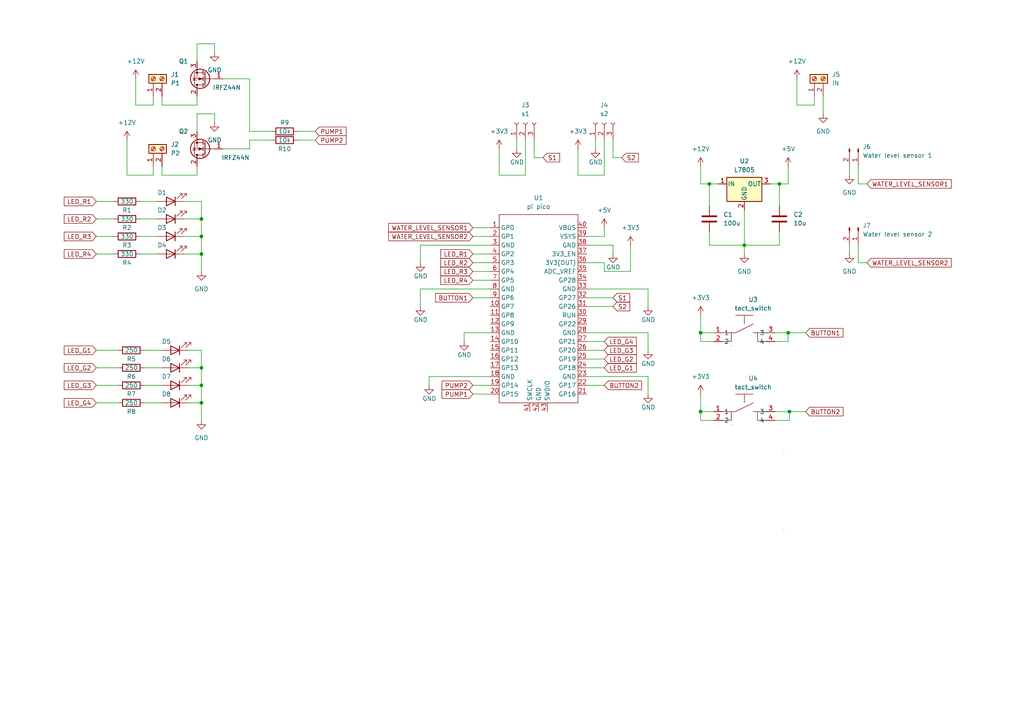
<source format=kicad_sch>
(kicad_sch (version 20211123) (generator eeschema)
  (paper "A4")
  (lib_symbols
    (symbol "Connector:Conn_01x02_Male" (pin_names (offset 1.016) hide)
      (property "Reference" "J" (at 0 2.54 0))
      (property "Value" "Conn_01x02_Male" (at 0 -5.08 0))
      (symbol "Conn_01x02_Male_1_1"
        (polyline (pts (xy 1.27 -2.54) (xy 0.8636 -2.54)) (stroke (width 0.1524)))
        (polyline (pts (xy 1.27 0) (xy 0.8636 0)) (stroke (width 0.1524)))
        (rectangle (start 0.8636 -2.413) (end 0 -2.667) (stroke (width 0.1524)) (fill (type outline)))
        (rectangle (start 0.8636 0.127) (end 0 -0.127) (stroke (width 0.1524)) (fill (type outline)))
        (pin passive line (at 5.08 0 180) (length 3.81) (name "Pin_1") (number "1"))
        (pin passive line (at 5.08 -2.54 180) (length 3.81) (name "Pin_2") (number "2"))
      )
    )
    (symbol "Connector:Conn_01x03_Female" (pin_names (offset 1.016) hide)
      (property "Reference" "J" (at 0 5.08 0))
      (property "Value" "Conn_01x03_Female" (at 0 -5.08 0))
      (symbol "Conn_01x03_Female_1_1"
        (arc (start 0 -2.032) (mid -0.508 -2.54) (end 0 -3.048) (stroke (width 0.1524)))
        (polyline (pts (xy -1.27 -2.54) (xy -0.508 -2.54)) (stroke (width 0.1524)))
        (polyline (pts (xy -1.27 0) (xy -0.508 0)) (stroke (width 0.1524)))
        (polyline (pts (xy -1.27 2.54) (xy -0.508 2.54)) (stroke (width 0.1524)))
        (arc (start 0 0.508) (mid -0.508 0) (end 0 -0.508) (stroke (width 0.1524)))
        (arc (start 0 3.048) (mid -0.508 2.54) (end 0 2.032) (stroke (width 0.1524)))
        (pin passive line (at -5.08 2.54 0) (length 3.81) (name "Pin_1") (number "1"))
        (pin passive line (at -5.08 0 0) (length 3.81) (name "Pin_2") (number "2"))
        (pin passive line (at -5.08 -2.54 0) (length 3.81) (name "Pin_3") (number "3"))
      )
    )
    (symbol "Connector:Screw_Terminal_01x02" (pin_names (offset 1.016) hide)
      (property "Reference" "J" (at 0 2.54 0))
      (property "Value" "Screw_Terminal_01x02" (at 0 -5.08 0))
      (symbol "Screw_Terminal_01x02_1_1"
        (rectangle (start -1.27 1.27) (end 1.27 -3.81) (stroke (width 0.254)) (fill (type background)))
        (circle (center 0 -2.54) (radius 0.635) (stroke (width 0.1524)))
        (polyline (pts (xy -0.5334 -2.2098) (xy 0.3302 -3.048)) (stroke (width 0.1524)))
        (polyline (pts (xy -0.5334 0.3302) (xy 0.3302 -0.508)) (stroke (width 0.1524)))
        (polyline (pts (xy -0.3556 -2.032) (xy 0.508 -2.8702)) (stroke (width 0.1524)))
        (polyline (pts (xy -0.3556 0.508) (xy 0.508 -0.3302)) (stroke (width 0.1524)))
        (circle (center 0 0) (radius 0.635) (stroke (width 0.1524)))
        (pin passive line (at -5.08 0 0) (length 3.81) (name "Pin_1") (number "1"))
        (pin passive line (at -5.08 -2.54 0) (length 3.81) (name "Pin_2") (number "2"))
      )
    )
    (symbol "Device:C" (pin_numbers hide) (pin_names (offset 0.254))
      (property "Reference" "C" (at 0.635 2.54 0))
      (property "Value" "C" (at 0.635 -2.54 0))
      (symbol "C_0_1"
        (polyline (pts (xy -2.032 -0.762) (xy 2.032 -0.762)) (stroke (width 0.508)))
        (polyline (pts (xy -2.032 0.762) (xy 2.032 0.762)) (stroke (width 0.508)))
      )
      (symbol "C_1_1"
        (pin passive line (at 0 3.81 270) (length 2.794) (name "~") (number "1"))
        (pin passive line (at 0 -3.81 90) (length 2.794) (name "~") (number "2"))
      )
    )
    (symbol "Device:LED" (pin_numbers hide) (pin_names (offset 1.016) hide)
      (property "Reference" "D" (at 0 2.54 0))
      (property "Value" "LED" (at 0 -2.54 0))
      (symbol "LED_0_1"
        (polyline (pts (xy -1.27 -1.27) (xy -1.27 1.27)) (stroke (width 0.254)))
        (polyline (pts (xy -1.27 0) (xy 1.27 0)))
        (polyline (pts (xy 1.27 -1.27) (xy 1.27 1.27) (xy -1.27 0) (xy 1.27 -1.27)) (stroke (width 0.254)))
        (polyline (pts (xy -3.048 -0.762) (xy -4.572 -2.286) (xy -3.81 -2.286) (xy -4.572 -2.286) (xy -4.572 -1.524)))
        (polyline (pts (xy -1.778 -0.762) (xy -3.302 -2.286) (xy -2.54 -2.286) (xy -3.302 -2.286) (xy -3.302 -1.524)))
      )
      (symbol "LED_1_1"
        (pin passive line (at -3.81 0 0) (length 2.54) (name "K") (number "1"))
        (pin passive line (at 3.81 0 180) (length 2.54) (name "A") (number "2"))
      )
    )
    (symbol "Device:R" (pin_numbers hide) (pin_names (offset 0))
      (property "Reference" "R" (at 2.032 0 90))
      (property "Value" "R" (at 0 0 90))
      (symbol "R_0_1"
        (rectangle (start -1.016 -2.54) (end 1.016 2.54) (stroke (width 0.254)))
      )
      (symbol "R_1_1"
        (pin passive line (at 0 3.81 270) (length 1.27) (name "~") (number "1"))
        (pin passive line (at 0 -3.81 90) (length 1.27) (name "~") (number "2"))
      )
    )
    (symbol "RaspberryPi:pi pico"
      (property "Reference" "U" (at 6.35 -29.21 0))
      (property "Value" "pi pico" (at 0 25.4 0))
      (symbol "pi pico_0_1"
        (rectangle (start -11.43 26.67) (end 11.43 -27.94))
      )
      (symbol "pi pico_1_1"
        (pin bidirectional line (at -13.97 22.86 0) (length 2.54) (name "GP0") (number "1"))
        (pin bidirectional line (at -13.97 0 0) (length 2.54) (name "GP7") (number "10"))
        (pin bidirectional line (at -13.97 -2.54 0) (length 2.54) (name "GP8") (number "11"))
        (pin bidirectional line (at -13.97 -5.08 0) (length 2.54) (name "GP9") (number "12"))
        (pin power_in line (at -13.97 -7.62 0) (length 2.54) (name "GND") (number "13"))
        (pin bidirectional line (at -13.97 -10.16 0) (length 2.54) (name "GP10") (number "14"))
        (pin bidirectional line (at -13.97 -12.7 0) (length 2.54) (name "GP11") (number "15"))
        (pin bidirectional line (at -13.97 -15.24 0) (length 2.54) (name "GP12") (number "16"))
        (pin bidirectional line (at -13.97 -17.78 0) (length 2.54) (name "GP13") (number "17"))
        (pin power_in line (at -13.97 -20.32 0) (length 2.54) (name "GND") (number "18"))
        (pin bidirectional line (at -13.97 -22.86 0) (length 2.54) (name "GP14") (number "19"))
        (pin bidirectional line (at -13.97 20.32 0) (length 2.54) (name "GP1") (number "2"))
        (pin bidirectional line (at -13.97 -25.4 0) (length 2.54) (name "GP15") (number "20"))
        (pin bidirectional line (at 13.97 -25.4 180) (length 2.54) (name "GP16") (number "21"))
        (pin bidirectional line (at 13.97 -22.86 180) (length 2.54) (name "GP17") (number "22"))
        (pin power_in line (at 13.97 -20.32 180) (length 2.54) (name "GND") (number "23"))
        (pin bidirectional line (at 13.97 -17.78 180) (length 2.54) (name "GP18") (number "24"))
        (pin bidirectional line (at 13.97 -15.24 180) (length 2.54) (name "GP19") (number "25"))
        (pin bidirectional line (at 13.97 -12.7 180) (length 2.54) (name "GP20") (number "26"))
        (pin bidirectional line (at 13.97 -10.16 180) (length 2.54) (name "GP21") (number "27"))
        (pin power_in line (at 13.97 -7.62 180) (length 2.54) (name "GND") (number "28"))
        (pin bidirectional line (at 13.97 -5.08 180) (length 2.54) (name "GP22") (number "29"))
        (pin power_in line (at -13.97 17.78 0) (length 2.54) (name "GND") (number "3"))
        (pin input line (at 13.97 -2.54 180) (length 2.54) (name "RUN") (number "30"))
        (pin bidirectional line (at 13.97 0 180) (length 2.54) (name "GP26") (number "31"))
        (pin bidirectional line (at 13.97 2.54 180) (length 2.54) (name "GP27") (number "32"))
        (pin power_in line (at 13.97 5.08 180) (length 2.54) (name "GND") (number "33"))
        (pin bidirectional line (at 13.97 7.62 180) (length 2.54) (name "GP28") (number "34"))
        (pin input line (at 13.97 10.16 180) (length 2.54) (name "ADC_VREF") (number "35"))
        (pin power_out line (at 13.97 12.7 180) (length 2.54) (name "3V3(OUT)") (number "36"))
        (pin input line (at 13.97 15.24 180) (length 2.54) (name "3V3_EN") (number "37"))
        (pin power_in line (at 13.97 17.78 180) (length 2.54) (name "GND") (number "38"))
        (pin power_out line (at 13.97 20.32 180) (length 2.54) (name "VSYS") (number "39"))
        (pin bidirectional line (at -13.97 15.24 0) (length 2.54) (name "GP2") (number "4"))
        (pin power_out line (at 13.97 22.86 180) (length 2.54) (name "VBUS") (number "40"))
        (pin bidirectional line (at -2.54 -30.48 90) (length 2.54) (name "SWCLK") (number "41"))
        (pin power_in line (at 0 -30.48 90) (length 2.54) (name "GND") (number "42"))
        (pin bidirectional line (at 2.54 -30.48 90) (length 2.54) (name "SWDIO") (number "43"))
        (pin bidirectional line (at -13.97 12.7 0) (length 2.54) (name "GP3") (number "5"))
        (pin bidirectional line (at -13.97 10.16 0) (length 2.54) (name "GP4") (number "6"))
        (pin bidirectional line (at -13.97 7.62 0) (length 2.54) (name "GP5") (number "7"))
        (pin power_in line (at -13.97 5.08 0) (length 2.54) (name "GND") (number "8"))
        (pin bidirectional line (at -13.97 2.54 0) (length 2.54) (name "GP6") (number "9"))
      )
    )
    (symbol "Regulator_Linear:L7805" (pin_names (offset 0.254))
      (property "Reference" "U" (at -3.81 3.175 0))
      (property "Value" "L7805" (at 0 3.175 0))
      (symbol "L7805_0_1"
        (rectangle (start -5.08 1.905) (end 5.08 -5.08) (stroke (width 0.254)) (fill (type background)))
      )
      (symbol "L7805_1_1"
        (pin power_in line (at -7.62 0 0) (length 2.54) (name "IN") (number "1"))
        (pin power_in line (at 0 -7.62 90) (length 2.54) (name "GND") (number "2"))
        (pin power_out line (at 7.62 0 180) (length 2.54) (name "OUT") (number "3"))
      )
    )
    (symbol "Transistor_FET:IRF540N" (pin_names hide)
      (property "Reference" "Q" (at 6.35 1.905 0))
      (property "Value" "IRF540N" (at 6.35 0 0))
      (symbol "IRF540N_0_1"
        (polyline (pts (xy 0.254 0) (xy -2.54 0)))
        (polyline (pts (xy 0.254 1.905) (xy 0.254 -1.905)) (stroke (width 0.254)))
        (polyline (pts (xy 0.762 -1.27) (xy 0.762 -2.286)) (stroke (width 0.254)))
        (polyline (pts (xy 0.762 0.508) (xy 0.762 -0.508)) (stroke (width 0.254)))
        (polyline (pts (xy 0.762 2.286) (xy 0.762 1.27)) (stroke (width 0.254)))
        (polyline (pts (xy 2.54 2.54) (xy 2.54 1.778)))
        (polyline (pts (xy 2.54 -2.54) (xy 2.54 0) (xy 0.762 0)))
        (polyline (pts (xy 0.762 -1.778) (xy 3.302 -1.778) (xy 3.302 1.778) (xy 0.762 1.778)))
        (polyline (pts (xy 1.016 0) (xy 2.032 0.381) (xy 2.032 -0.381) (xy 1.016 0)) (fill (type outline)))
        (polyline (pts (xy 2.794 0.508) (xy 2.921 0.381) (xy 3.683 0.381) (xy 3.81 0.254)))
        (polyline (pts (xy 3.302 0.381) (xy 2.921 -0.254) (xy 3.683 -0.254) (xy 3.302 0.381)))
        (circle (center 1.651 0) (radius 2.794) (stroke (width 0.254)))
        (circle (center 2.54 -1.778) (radius 0.254) (fill (type outline)))
        (circle (center 2.54 1.778) (radius 0.254) (fill (type outline)))
      )
      (symbol "IRF540N_1_1"
        (pin input line (at -5.08 0 0) (length 2.54) (name "G") (number "1"))
        (pin passive line (at 2.54 5.08 270) (length 2.54) (name "D") (number "2"))
        (pin passive line (at 2.54 -5.08 90) (length 2.54) (name "S") (number "3"))
      )
    )
    (symbol "casual_components:tact_switch"
      (property "Reference" "U" (at 0 -3.81 0))
      (property "Value" "tact_switch" (at 0 7.62 0))
      (symbol "tact_switch_0_1"
        (rectangle (start -3.81 -3.81) (end -3.81 -3.81))
        (rectangle (start -3.81 -3.81) (end -3.81 -3.81))
        (polyline (pts (xy -2.54 5.08) (xy 2.54 5.08)))
        (polyline (pts (xy 0 2.54) (xy 0 5.08)))
        (polyline (pts (xy 2.54 0) (xy 6.35 0)))
        (polyline (pts (xy -6.35 0) (xy -2.54 0) (xy 2.54 2.54)))
        (polyline (pts (xy -3.81 0) (xy -3.81 -2.54) (xy -6.35 -2.54)))
        (polyline (pts (xy 3.81 0) (xy 3.81 -2.54) (xy 6.35 -2.54)))
        (rectangle (start 11.43 -34.29) (end 11.43 -34.29))
      )
      (symbol "tact_switch_1_1"
        (pin input line (at -8.89 0 0) (length 2.54) (name "1") (number "1"))
        (pin input line (at -8.89 -2.54 0) (length 2.54) (name "2") (number "2"))
        (pin output line (at 8.89 0 180) (length 2.54) (name "3") (number "3"))
        (pin output line (at 8.89 -2.54 180) (length 2.54) (name "4") (number "4"))
      )
    )
    (symbol "power:+12V" (power) (pin_names (offset 0))
      (property "Value" "+12V" (at 0 3.556 0))
      (symbol "+12V_0_1"
        (polyline (pts (xy -0.762 1.27) (xy 0 2.54)))
        (polyline (pts (xy 0 0) (xy 0 2.54)))
        (polyline (pts (xy 0 2.54) (xy 0.762 1.27)))
      )
      (symbol "+12V_1_1"
        (pin power_in line (at 0 0 90) (length 0) hide (name "+12V") (number "1"))
      )
    )
    (symbol "power:+3V3" (power) (pin_names (offset 0))
      (property "Value" "+3V3" (at 0 3.556 0))
      (symbol "+3V3_0_1"
        (polyline (pts (xy -0.762 1.27) (xy 0 2.54)))
        (polyline (pts (xy 0 0) (xy 0 2.54)))
        (polyline (pts (xy 0 2.54) (xy 0.762 1.27)))
      )
      (symbol "+3V3_1_1"
        (pin power_in line (at 0 0 90) (length 0) hide (name "+3V3") (number "1"))
      )
    )
    (symbol "power:+5V" (power) (pin_names (offset 0))
      (property "Value" "+5V" (at 0 3.556 0))
      (symbol "+5V_0_1"
        (polyline (pts (xy -0.762 1.27) (xy 0 2.54)))
        (polyline (pts (xy 0 0) (xy 0 2.54)))
        (polyline (pts (xy 0 2.54) (xy 0.762 1.27)))
      )
      (symbol "+5V_1_1"
        (pin power_in line (at 0 0 90) (length 0) hide (name "+5V") (number "1"))
      )
    )
    (symbol "power:GND" (power) (pin_names (offset 0))
      (property "Value" "GND" (at 0 -3.81 0))
      (symbol "GND_0_1"
        (polyline (pts (xy 0 0) (xy 0 -1.27) (xy 1.27 -1.27) (xy 0 -2.54) (xy -1.27 -1.27) (xy 0 -1.27)))
      )
      (symbol "GND_1_1"
        (pin power_in line (at 0 0 270) (length 0) hide (name "GND") (number "1"))
      )
    )
  )
  (junction (at 228.9698 119.38))
  (junction (at 58.42 73.66))
  (junction (at 58.42 111.76))
  (junction (at 58.42 106.68))
  (junction (at 58.42 68.58))
  (junction (at 58.42 116.84))
  (junction (at 203.2 96.52))
  (junction (at 215.9 71.12))
  (junction (at 228.6 96.52))
  (junction (at 226.06 53.34))
  (junction (at 58.42 63.5))
  (junction (at 203.2 119.38))
  (junction (at 205.74 53.34))
  (wire (pts (xy 152.4 50.8) (xy 152.4 40.64)))
  (wire (pts (xy 177.8 45.72) (xy 180.34 45.72)))
  (wire (pts (xy 170.18 109.22) (xy 187.96 109.22)))
  (wire (pts (xy 177.8 40.64) (xy 177.8 45.72)))
  (wire (pts (xy 248.92 76.2) (xy 251.46 76.2)))
  (wire (pts (xy 223.52 53.34) (xy 226.06 53.34)))
  (wire (pts (xy 78.74 38.1) (xy 72.39 38.1)))
  (wire (pts (xy 187.96 96.52) (xy 170.18 96.52)))
  (wire (pts (xy 44.45 48.26) (xy 44.45 50.8)))
  (wire (pts (xy 58.42 111.76) (xy 58.42 116.84)))
  (wire (pts (xy 170.18 99.06) (xy 175.26 99.06)))
  (wire (pts (xy 248.92 53.34) (xy 251.46 53.34)))
  (wire (pts (xy 58.42 68.58) (xy 58.42 73.66)))
  (wire (pts (xy 54.61 101.6) (xy 58.42 101.6)))
  (wire (pts (xy 248.92 48.26) (xy 248.92 53.34)))
  (wire (pts (xy 170.18 86.36) (xy 177.8 86.36)))
  (wire (pts (xy 144.78 50.8) (xy 152.4 50.8)))
  (wire (pts (xy 228.6 96.52) (xy 233.68 96.52)))
  (wire (pts (xy 27.94 101.6) (xy 34.29 101.6)))
  (wire (pts (xy 58.42 106.68) (xy 58.42 111.76)))
  (wire (pts (xy 121.92 71.12) (xy 142.24 71.12)))
  (wire (pts (xy 175.26 76.2) (xy 170.18 76.2)))
  (wire (pts (xy 236.22 27.94) (xy 236.22 30.48)))
  (wire (pts (xy 170.18 106.68) (xy 175.26 106.68)))
  (wire (pts (xy 172.72 40.64) (xy 172.72 43.18)))
  (wire (pts (xy 177.8 73.66) (xy 177.8 71.12)))
  (wire (pts (xy 57.15 12.7) (xy 62.23 12.7)))
  (wire (pts (xy 144.78 43.18) (xy 144.78 50.8)))
  (wire (pts (xy 187.96 114.3) (xy 187.96 109.22)))
  (wire (pts (xy 149.86 40.64) (xy 149.86 43.18)))
  (wire (pts (xy 124.46 109.22) (xy 142.24 109.22)))
  (wire (pts (xy 175.26 66.04) (xy 175.26 68.58)))
  (wire (pts (xy 203.2 53.34) (xy 205.74 53.34)))
  (wire (pts (xy 224.79 99.06) (xy 228.6 99.06)))
  (wire (pts (xy 62.23 12.7) (xy 62.23 15.24)))
  (wire (pts (xy 137.16 66.04) (xy 142.24 66.04)))
  (wire (pts (xy 46.99 30.48) (xy 57.15 30.48)))
  (wire (pts (xy 121.92 88.9) (xy 121.92 83.82)))
  (wire (pts (xy 64.77 22.86) (xy 72.39 22.86)))
  (wire (pts (xy 54.61 116.84) (xy 58.42 116.84)))
  (wire (pts (xy 170.18 68.58) (xy 175.26 68.58)))
  (wire (pts (xy 134.62 96.52) (xy 142.24 96.52)))
  (wire (pts (xy 58.42 116.84) (xy 58.42 121.92)))
  (wire (pts (xy 86.36 40.64) (xy 91.44 40.64)))
  (wire (pts (xy 53.34 58.42) (xy 58.42 58.42)))
  (wire (pts (xy 27.94 73.66) (xy 33.02 73.66)))
  (wire (pts (xy 226.06 53.34) (xy 226.06 59.69)))
  (wire (pts (xy 224.79 121.92) (xy 228.9698 121.92)))
  (wire (pts (xy 39.37 22.86) (xy 39.37 30.48)))
  (wire (pts (xy 137.16 81.28) (xy 142.24 81.28)))
  (wire (pts (xy 58.42 101.6) (xy 58.42 106.68)))
  (wire (pts (xy 187.96 88.9) (xy 187.96 83.82)))
  (wire (pts (xy 57.15 30.48) (xy 57.15 27.94)))
  (wire (pts (xy 215.9 71.12) (xy 215.9 60.96)))
  (wire (pts (xy 72.39 40.64) (xy 72.39 43.18)))
  (wire (pts (xy 41.91 111.76) (xy 46.99 111.76)))
  (wire (pts (xy 215.9 71.12) (xy 226.06 71.12)))
  (wire (pts (xy 78.74 40.64) (xy 72.39 40.64)))
  (wire (pts (xy 54.61 106.68) (xy 58.42 106.68)))
  (wire (pts (xy 203.2 119.38) (xy 207.01 119.38)))
  (wire (pts (xy 40.64 58.42) (xy 45.72 58.42)))
  (wire (pts (xy 36.83 50.8) (xy 36.83 40.64)))
  (wire (pts (xy 54.61 111.76) (xy 58.42 111.76)))
  (wire (pts (xy 44.45 50.8) (xy 36.83 50.8)))
  (wire (pts (xy 62.23 33.02) (xy 62.23 35.56)))
  (wire (pts (xy 86.36 38.1) (xy 91.44 38.1)))
  (wire (pts (xy 215.9 71.12) (xy 215.9 73.66)))
  (wire (pts (xy 64.77 43.18) (xy 72.39 43.18)))
  (wire (pts (xy 134.62 99.06) (xy 134.62 96.52)))
  (wire (pts (xy 170.18 101.6) (xy 175.26 101.6)))
  (wire (pts (xy 187.96 101.6) (xy 187.96 96.52)))
  (wire (pts (xy 41.91 116.84) (xy 46.99 116.84)))
  (wire (pts (xy 154.94 45.72) (xy 157.48 45.72)))
  (wire (pts (xy 203.2 91.44) (xy 203.2 96.52)))
  (wire (pts (xy 27.94 111.76) (xy 34.29 111.76)))
  (wire (pts (xy 170.18 88.9) (xy 177.8 88.9)))
  (wire (pts (xy 53.34 68.58) (xy 58.42 68.58)))
  (wire (pts (xy 167.64 50.8) (xy 175.26 50.8)))
  (wire (pts (xy 224.79 119.38) (xy 228.9698 119.38)))
  (wire (pts (xy 208.28 53.34) (xy 205.74 53.34)))
  (wire (pts (xy 57.15 17.78) (xy 57.15 12.7)))
  (wire (pts (xy 207.01 99.06) (xy 203.2 99.06)))
  (wire (pts (xy 182.88 78.74) (xy 175.26 78.74)))
  (wire (pts (xy 40.64 73.66) (xy 45.72 73.66)))
  (wire (pts (xy 40.64 68.58) (xy 45.72 68.58)))
  (wire (pts (xy 175.26 50.8) (xy 175.26 40.64)))
  (wire (pts (xy 238.76 27.94) (xy 238.76 33.02)))
  (wire (pts (xy 58.42 63.5) (xy 58.42 68.58)))
  (wire (pts (xy 248.92 71.12) (xy 248.92 76.2)))
  (wire (pts (xy 41.91 106.68) (xy 46.99 106.68)))
  (wire (pts (xy 57.15 48.26) (xy 57.15 50.8)))
  (wire (pts (xy 205.74 53.34) (xy 205.74 59.69)))
  (wire (pts (xy 226.06 67.31) (xy 226.06 71.12)))
  (wire (pts (xy 203.2 121.92) (xy 207.01 121.92)))
  (wire (pts (xy 170.18 104.14) (xy 175.26 104.14)))
  (wire (pts (xy 170.18 71.12) (xy 177.8 71.12)))
  (wire (pts (xy 72.39 22.86) (xy 72.39 38.1)))
  (wire (pts (xy 228.9698 119.38) (xy 233.68 119.38)))
  (wire (pts (xy 53.34 73.66) (xy 58.42 73.66)))
  (wire (pts (xy 137.16 68.58) (xy 142.24 68.58)))
  (wire (pts (xy 187.96 83.82) (xy 170.18 83.82)))
  (wire (pts (xy 137.16 86.36) (xy 142.24 86.36)))
  (wire (pts (xy 121.92 83.82) (xy 142.24 83.82)))
  (wire (pts (xy 182.88 71.12) (xy 182.88 78.74)))
  (wire (pts (xy 205.74 71.12) (xy 215.9 71.12)))
  (wire (pts (xy 154.94 40.64) (xy 154.94 45.72)))
  (wire (pts (xy 228.6 99.06) (xy 228.6 96.52)))
  (wire (pts (xy 203.2 99.06) (xy 203.2 96.52)))
  (wire (pts (xy 27.94 116.84) (xy 34.29 116.84)))
  (wire (pts (xy 53.34 63.5) (xy 58.42 63.5)))
  (wire (pts (xy 224.79 96.52) (xy 228.6 96.52)))
  (wire (pts (xy 228.6 48.26) (xy 228.6 53.34)))
  (wire (pts (xy 57.15 50.8) (xy 46.99 50.8)))
  (wire (pts (xy 44.45 30.48) (xy 44.45 27.94)))
  (wire (pts (xy 137.16 114.3) (xy 142.24 114.3)))
  (wire (pts (xy 137.16 76.2) (xy 142.24 76.2)))
  (wire (pts (xy 27.94 68.58) (xy 33.02 68.58)))
  (wire (pts (xy 203.2 114.3) (xy 203.2 119.38)))
  (wire (pts (xy 41.91 101.6) (xy 46.99 101.6)))
  (wire (pts (xy 170.18 111.76) (xy 175.26 111.76)))
  (wire (pts (xy 58.42 73.66) (xy 58.42 78.74)))
  (wire (pts (xy 124.46 111.76) (xy 124.46 109.22)))
  (wire (pts (xy 58.42 58.42) (xy 58.42 63.5)))
  (wire (pts (xy 40.64 63.5) (xy 45.72 63.5)))
  (wire (pts (xy 203.2 48.26) (xy 203.2 53.34)))
  (wire (pts (xy 246.38 73.66) (xy 246.38 71.12)))
  (wire (pts (xy 39.37 30.48) (xy 44.45 30.48)))
  (wire (pts (xy 46.99 50.8) (xy 46.99 48.26)))
  (wire (pts (xy 27.94 106.68) (xy 34.29 106.68)))
  (wire (pts (xy 203.2 96.52) (xy 207.01 96.52)))
  (wire (pts (xy 203.2 119.38) (xy 203.2 121.92)))
  (wire (pts (xy 137.16 111.76) (xy 142.24 111.76)))
  (wire (pts (xy 226.06 53.34) (xy 228.6 53.34)))
  (wire (pts (xy 121.92 76.2) (xy 121.92 71.12)))
  (wire (pts (xy 46.99 27.94) (xy 46.99 30.48)))
  (wire (pts (xy 57.15 33.02) (xy 62.23 33.02)))
  (wire (pts (xy 231.14 30.48) (xy 231.14 22.86)))
  (wire (pts (xy 205.74 67.31) (xy 205.74 71.12)))
  (wire (pts (xy 228.9698 121.92) (xy 228.9698 119.38)))
  (wire (pts (xy 175.26 78.74) (xy 175.26 76.2)))
  (wire (pts (xy 137.16 73.66) (xy 142.24 73.66)))
  (wire (pts (xy 27.94 63.5) (xy 33.02 63.5)))
  (wire (pts (xy 57.15 38.1) (xy 57.15 33.02)))
  (wire (pts (xy 167.64 43.18) (xy 167.64 50.8)))
  (wire (pts (xy 137.16 78.74) (xy 142.24 78.74)))
  (wire (pts (xy 246.38 50.8) (xy 246.38 48.26)))
  (wire (pts (xy 27.94 58.42) (xy 33.02 58.42)))
  (wire (pts (xy 236.22 30.48) (xy 231.14 30.48)))
  (global_label "WATER_LEVEL_SENSOR2" (shape input) (at 137.16 68.58 180) (property "Intersheet References" "${INTERSHEET_REFS}" (effects hide)))
  (global_label "BUTTON1" (shape input) (at 137.16 86.36 180) (property "Intersheet References" "${INTERSHEET_REFS}" (effects hide)))
  (global_label "PUMP2" (shape input) (at 91.44 40.64 0) (property "Intersheet References" "${INTERSHEET_REFS}" (effects hide)))
  (global_label "WATER_LEVEL_SENSOR1" (shape input) (at 251.46 53.34 0) (property "Intersheet References" "${INTERSHEET_REFS}" (effects hide)))
  (global_label "PUMP1" (shape input) (at 137.16 114.3 180) (property "Intersheet References" "${INTERSHEET_REFS}" (effects hide)))
  (global_label "LED_R2" (shape input) (at 27.94 63.5 180) (property "Intersheet References" "${INTERSHEET_REFS}" (effects hide)))
  (global_label "LED_G2" (shape input) (at 175.26 104.14 0) (property "Intersheet References" "${INTERSHEET_REFS}" (effects hide)))
  (global_label "LED_G4" (shape input) (at 175.26 99.06 0) (property "Intersheet References" "${INTERSHEET_REFS}" (effects hide)))
  (global_label "LED_R4" (shape input) (at 27.94 73.66 180) (property "Intersheet References" "${INTERSHEET_REFS}" (effects hide)))
  (global_label "BUTTON2" (shape input) (at 233.68 119.38 0) (property "Intersheet References" "${INTERSHEET_REFS}" (effects hide)))
  (global_label "S1" (shape input) (at 177.8 86.36 0) (property "Intersheet References" "${INTERSHEET_REFS}" (effects hide)))
  (global_label "LED_R1" (shape input) (at 27.94 58.42 180) (property "Intersheet References" "${INTERSHEET_REFS}" (effects hide)))
  (global_label "PUMP2" (shape input) (at 137.16 111.76 180) (property "Intersheet References" "${INTERSHEET_REFS}" (effects hide)))
  (global_label "S1" (shape input) (at 157.48 45.72 0) (property "Intersheet References" "${INTERSHEET_REFS}" (effects hide)))
  (global_label "BUTTON2" (shape input) (at 175.26 111.76 0) (property "Intersheet References" "${INTERSHEET_REFS}" (effects hide)))
  (global_label "LED_R3" (shape input) (at 137.16 78.74 180) (property "Intersheet References" "${INTERSHEET_REFS}" (effects hide)))
  (global_label "WATER_LEVEL_SENSOR2" (shape input) (at 251.46 76.2 0) (property "Intersheet References" "${INTERSHEET_REFS}" (effects hide)))
  (global_label "LED_G3" (shape input) (at 175.26 101.6 0) (property "Intersheet References" "${INTERSHEET_REFS}" (effects hide)))
  (global_label "LED_G4" (shape input) (at 27.94 116.84 180) (property "Intersheet References" "${INTERSHEET_REFS}" (effects hide)))
  (global_label "PUMP1" (shape input) (at 91.44 38.1 0) (property "Intersheet References" "${INTERSHEET_REFS}" (effects hide)))
  (global_label "LED_G3" (shape input) (at 27.94 111.76 180) (property "Intersheet References" "${INTERSHEET_REFS}" (effects hide)))
  (global_label "LED_R1" (shape input) (at 137.16 73.66 180) (property "Intersheet References" "${INTERSHEET_REFS}" (effects hide)))
  (global_label "S2" (shape input) (at 180.34 45.72 0) (property "Intersheet References" "${INTERSHEET_REFS}" (effects hide)))
  (global_label "LED_G1" (shape input) (at 175.26 106.68 0) (property "Intersheet References" "${INTERSHEET_REFS}" (effects hide)))
  (global_label "LED_R2" (shape input) (at 137.16 76.2 180) (property "Intersheet References" "${INTERSHEET_REFS}" (effects hide)))
  (global_label "BUTTON1" (shape input) (at 233.68 96.52 0) (property "Intersheet References" "${INTERSHEET_REFS}" (effects hide)))
  (global_label "LED_R4" (shape input) (at 137.16 81.28 180) (property "Intersheet References" "${INTERSHEET_REFS}" (effects hide)))
  (global_label "LED_G1" (shape input) (at 27.94 101.6 180) (property "Intersheet References" "${INTERSHEET_REFS}" (effects hide)))
  (global_label "LED_G2" (shape input) (at 27.94 106.68 180) (property "Intersheet References" "${INTERSHEET_REFS}" (effects hide)))
  (global_label "LED_R3" (shape input) (at 27.94 68.58 180) (property "Intersheet References" "${INTERSHEET_REFS}" (effects hide)))
  (global_label "S2" (shape input) (at 177.8 88.9 0) (property "Intersheet References" "${INTERSHEET_REFS}" (effects hide)))
  (global_label "WATER_LEVEL_SENSOR1" (shape input) (at 137.16 66.04 180) (property "Intersheet References" "${INTERSHEET_REFS}" (effects hide)))
  (symbol (lib_id "Connector:Conn_01x02_Male") (at 248.92 43.18 270) (unit 1)
    (property "Reference" "J6" (at 250.19 42.5449 90) (effects (justify left)))
    (property "Value" "Water level sensor 1" (at 250.19 45.0849 90) (effects (justify left)))
    (property "Footprint" "Connector_PinHeader_2.54mm:PinHeader_1x02_P2.54mm_Vertical" (effects hide))
  )
  (symbol (lib_id "Device:R") (at 82.55 38.1 90) (unit 1)
    (property "Reference" "R9" (at 82.55 35.56 90))
    (property "Value" "10k" (at 82.55 38.1 90))
    (property "Footprint" "Resistor_SMD:R_1206_3216Metric_Pad1.30x1.75mm_HandSolder" (effects hide))
  )
  (symbol (lib_id "power:+3V3") (at 167.64 43.18 0) (unit 1)
    (property "Reference" "#PWR09" (effects hide))
    (property "Value" "+3V3" (at 167.64 38.1 0))
  )
  (symbol (lib_id "Device:LED") (at 50.8 101.6 180) (unit 1)
    (property "Reference" "D5" (at 48.26 99.06 0))
    (property "Value" "LED" (effects hide))
    (property "Footprint" "LED_THT:LED_D5.0mm" (effects hide))
  )
  (symbol (lib_id "power:GND") (at 62.23 15.24 0) (unit 1)
    (property "Reference" "#PWR05" (effects hide))
    (property "Value" "GND" (at 62.23 20.32 0))
  )
  (symbol (lib_id "power:GND") (at 149.86 43.18 0) (unit 1)
    (property "Reference" "#PWR08" (effects hide))
    (property "Value" "GND" (at 149.9421 47.0391 0))
  )
  (symbol (lib_id "Device:LED") (at 50.8 116.84 180) (unit 1)
    (property "Reference" "D8" (at 48.26 114.3 0))
    (property "Value" "LED" (effects hide))
    (property "Footprint" "LED_THT:LED_D5.0mm" (effects hide))
  )
  (symbol (lib_id "Device:LED") (at 50.8 111.76 180) (unit 1)
    (property "Reference" "D7" (at 48.26 109.22 0))
    (property "Value" "LED" (effects hide))
    (property "Footprint" "LED_THT:LED_D5.0mm" (effects hide))
  )
  (symbol (lib_id "Connector:Conn_01x03_Female") (at 152.4 35.56 90) (unit 1)
    (property "Reference" "J3" (at 152.4 30.48 90))
    (property "Value" "s1" (at 152.4 33.02 90))
    (property "Footprint" "Connector_PinSocket_2.54mm:PinSocket_1x03_P2.54mm_Vertical" (effects hide))
  )
  (symbol (lib_id "power:GND") (at 58.42 78.74 0) (unit 1)
    (property "Reference" "#PWR01" (effects hide))
    (property "Value" "GND" (at 58.42 83.82 0))
  )
  (symbol (lib_id "Device:R") (at 36.83 63.5 90) (unit 1)
    (property "Reference" "R2" (at 36.83 66.04 90))
    (property "Value" "330" (at 36.83 63.5 90))
    (property "Footprint" "Resistor_SMD:R_1206_3216Metric_Pad1.30x1.75mm_HandSolder" (effects hide))
  )
  (symbol (lib_id "Device:R") (at 36.83 73.66 90) (unit 1)
    (property "Reference" "R4" (at 36.83 76.2 90))
    (property "Value" "330" (at 36.83 73.66 90))
    (property "Footprint" "Resistor_SMD:R_1206_3216Metric_Pad1.30x1.75mm_HandSolder" (effects hide))
  )
  (symbol (lib_id "Device:C") (at 226.06 63.5 0) (unit 1)
    (property "Reference" "C2" (at 230.124 62.2299 0) (effects (justify left)))
    (property "Value" "10u" (at 230.124 64.7699 0) (effects (justify left)))
    (property "Footprint" "Capacitor_THT:C_Disc_D3.0mm_W2.0mm_P2.50mm" (effects hide))
  )
  (symbol (lib_id "Device:R") (at 36.83 68.58 90) (unit 1)
    (property "Reference" "R3" (at 36.83 71.12 90))
    (property "Value" "330" (at 36.83 68.58 90))
    (property "Footprint" "Resistor_SMD:R_1206_3216Metric_Pad1.30x1.75mm_HandSolder" (effects hide))
  )
  (symbol (lib_id "power:GND") (at 246.38 73.66 0) (unit 1)
    (property "Reference" "#PWR022" (effects hide))
    (property "Value" "GND" (at 246.38 78.74 0))
  )
  (symbol (lib_id "Device:LED") (at 49.53 68.58 180) (unit 1)
    (property "Reference" "D3" (at 46.99 66.04 0))
    (property "Value" "LED" (effects hide))
    (property "Footprint" "LED_THT:LED_D5.0mm" (effects hide))
  )
  (symbol (lib_id "Device:R") (at 82.55 40.64 90) (unit 1)
    (property "Reference" "R10" (at 82.55 43.18 90))
    (property "Value" "10k" (at 82.55 40.64 90))
    (property "Footprint" "Resistor_SMD:R_1206_3216Metric_Pad1.30x1.75mm_HandSolder" (effects hide))
  )
  (symbol (lib_id "power:GND") (at 238.76 33.02 0) (unit 1)
    (property "Reference" "#PWR020" (effects hide))
    (property "Value" "GND" (at 238.76 38.1 0))
  )
  (symbol (lib_id "Device:LED") (at 50.8 106.68 180) (unit 1)
    (property "Reference" "D6" (at 48.26 104.14 0))
    (property "Value" "LED" (effects hide))
    (property "Footprint" "LED_THT:LED_D5.0mm" (effects hide))
  )
  (symbol (lib_id "power:GND") (at 134.62 99.06 0) (unit 1)
    (property "Reference" "#PWR0104" (effects hide))
    (property "Value" "GND" (at 134.7021 102.9191 0))
  )
  (symbol (lib_id "power:+12V") (at 36.83 40.64 0) (unit 1)
    (property "Reference" "#PWR03" (effects hide))
    (property "Value" "+12V" (at 36.83 35.56 0))
  )
  (symbol (lib_id "Connector:Screw_Terminal_01x02") (at 44.45 22.86 90) (unit 1)
    (property "Reference" "J1" (at 49.53 21.5899 90) (effects (justify right)))
    (property "Value" "P1" (at 49.53 24.1299 90) (effects (justify right)))
    (property "Footprint" "TerminalBlock_Phoenix:TerminalBlock_Phoenix_MKDS-1,5-2-5.08_1x02_P5.08mm_Horizontal" (effects hide))
  )
  (symbol (lib_id "Device:LED") (at 49.53 73.66 180) (unit 1)
    (property "Reference" "D4" (at 46.99 71.12 0))
    (property "Value" "LED" (effects hide))
    (property "Footprint" "LED_THT:LED_D5.0mm" (effects hide))
  )
  (symbol (lib_id "power:GND") (at 58.42 121.92 0) (unit 1)
    (property "Reference" "#PWR02" (effects hide))
    (property "Value" "GND" (at 58.42 127 0))
  )
  (symbol (lib_id "power:GND") (at 124.46 111.76 0) (unit 1)
    (property "Reference" "#PWR0101" (effects hide))
    (property "Value" "GND" (at 124.5421 115.6191 0))
  )
  (symbol (lib_id "power:GND") (at 187.96 88.9 0) (unit 1)
    (property "Reference" "#PWR0105" (effects hide))
    (property "Value" "GND" (at 188.0421 92.7591 0))
  )
  (symbol (lib_id "power:GND") (at 172.72 43.18 0) (unit 1)
    (property "Reference" "#PWR010" (effects hide))
    (property "Value" "GND" (at 172.8021 47.0391 0))
  )
  (symbol (lib_id "Device:R") (at 38.1 106.68 90) (unit 1)
    (property "Reference" "R6" (at 38.1 109.22 90))
    (property "Value" "250" (at 38.1 106.68 90))
    (property "Footprint" "Resistor_SMD:R_1206_3216Metric_Pad1.30x1.75mm_HandSolder" (effects hide))
  )
  (symbol (lib_id "power:+5V") (at 175.26 66.04 0) (unit 1)
    (property "Reference" "#PWR011" (effects hide))
    (property "Value" "+5V" (at 175.26 60.96 0))
  )
  (symbol (lib_id "power:+3V3") (at 182.88 71.12 0) (unit 1)
    (property "Reference" "#PWR013" (effects hide))
    (property "Value" "+3V3" (at 182.88 66.04 0))
  )
  (symbol (lib_id "power:+3V3") (at 203.2 91.44 0) (unit 1)
    (property "Reference" "#PWR015" (effects hide))
    (property "Value" "+3V3" (at 203.2 86.36 0))
  )
  (symbol (lib_id "power:+3V3") (at 203.2 114.3 0) (unit 1)
    (property "Reference" "#PWR016" (effects hide))
    (property "Value" "+3V3" (at 203.2 109.22 0))
  )
  (symbol (lib_id "power:+12V") (at 39.37 22.86 0) (unit 1)
    (property "Reference" "#PWR04" (effects hide))
    (property "Value" "+12V" (at 39.37 17.78 0))
  )
  (symbol (lib_id "Connector:Screw_Terminal_01x02") (at 236.22 22.86 90) (unit 1)
    (property "Reference" "J5" (at 241.3 21.5899 90) (effects (justify right)))
    (property "Value" "IN" (at 241.3 24.1299 90) (effects (justify right)))
    (property "Footprint" "TerminalBlock_Phoenix:TerminalBlock_Phoenix_MKDS-1,5-2-5.08_1x02_P5.08mm_Horizontal" (effects hide))
  )
  (symbol (lib_id "power:GND") (at 177.8 73.66 0) (unit 1)
    (property "Reference" "#PWR012" (effects hide))
    (property "Value" "GND" (at 177.8821 77.5191 0))
  )
  (symbol (lib_id "power:+5V") (at 228.6 48.26 0) (unit 1)
    (property "Reference" "#PWR018" (effects hide))
    (property "Value" "+5V" (at 228.6 43.18 0))
  )
  (symbol (lib_id "Device:R") (at 38.1 116.84 90) (unit 1)
    (property "Reference" "R8" (at 38.1 119.38 90))
    (property "Value" "250" (at 38.1 116.84 90))
    (property "Footprint" "Resistor_SMD:R_1206_3216Metric_Pad1.30x1.75mm_HandSolder" (effects hide))
  )
  (symbol (lib_id "power:GND") (at 121.92 88.9 0) (unit 1)
    (property "Reference" "#PWR0103" (effects hide))
    (property "Value" "GND" (at 122.0021 92.7591 0))
  )
  (symbol (lib_id "casual_components:tact_switch") (at 215.9 96.52 0) (unit 1)
    (property "Reference" "U3" (at 218.44 86.868 0))
    (property "Value" "tact_switch" (at 218.44 89.408 0))
    (property "Footprint" "casual_components:tact_switch" (effects hide))
  )
  (symbol (lib_id "Connector:Screw_Terminal_01x02") (at 44.45 43.18 90) (unit 1)
    (property "Reference" "J2" (at 49.53 41.9099 90) (effects (justify right)))
    (property "Value" "P2" (at 49.53 44.4499 90) (effects (justify right)))
    (property "Footprint" "TerminalBlock_Phoenix:TerminalBlock_Phoenix_MKDS-1,5-2-5.08_1x02_P5.08mm_Horizontal" (effects hide))
  )
  (symbol (lib_id "Device:C") (at 205.74 63.5 0) (unit 1)
    (property "Reference" "C1" (at 209.804 62.2299 0) (effects (justify left)))
    (property "Value" "100u" (at 209.804 64.7699 0) (effects (justify left)))
    (property "Footprint" "Capacitor_THT:C_Disc_D3.0mm_W2.0mm_P2.50mm" (effects hide))
  )
  (symbol (lib_id "power:GND") (at 187.96 114.3 0) (unit 1)
    (property "Reference" "#PWR0107" (effects hide))
    (property "Value" "GND" (at 188.0421 118.1591 0))
  )
  (symbol (lib_id "RaspberryPi:pi pico") (at 156.21 88.9 0) (unit 1)
    (property "Reference" "U1" (at 156.21 57.404 0))
    (property "Value" "pi pico" (at 156.21 59.944 0))
    (property "Footprint" "RaspberryPi:raspberry pi pico" (effects hide))
  )
  (symbol (lib_id "power:GND") (at 246.38 50.8 0) (unit 1)
    (property "Reference" "#PWR021" (effects hide))
    (property "Value" "GND" (at 246.38 55.88 0))
  )
  (symbol (lib_id "Device:R") (at 38.1 101.6 90) (unit 1)
    (property "Reference" "R5" (at 38.1 104.14 90))
    (property "Value" "250" (at 38.1 101.6 90))
    (property "Footprint" "Resistor_SMD:R_1206_3216Metric_Pad1.30x1.75mm_HandSolder" (effects hide))
  )
  (symbol (lib_id "power:+12V") (at 231.14 22.86 0) (unit 1)
    (property "Reference" "#PWR019" (effects hide))
    (property "Value" "+12V" (at 231.14 17.78 0))
  )
  (symbol (lib_id "power:GND") (at 62.23 35.56 0) (unit 1)
    (property "Reference" "#PWR06" (effects hide))
    (property "Value" "GND" (at 62.23 40.64 0))
  )
  (symbol (lib_id "power:+12V") (at 203.2 48.26 0) (unit 1)
    (property "Reference" "#PWR014" (effects hide))
    (property "Value" "+12V" (at 203.2 43.18 0))
  )
  (symbol (lib_id "Regulator_Linear:L7805") (at 215.9 53.34 0) (unit 1)
    (property "Reference" "U2" (at 215.9 46.736 0))
    (property "Value" "L7805" (at 215.9 49.276 0))
    (property "Footprint" "Package_TO_SOT_THT:TO-220-3_Vertical" (effects hide))
    (property "Datasheet" "http://www.st.com/content/ccc/resource/technical/document/datasheet/41/4f/b3/b0/12/d4/47/88/CD00000444.pdf/files/CD00000444.pdf/jcr:content/translations/en.CD00000444.pdf" (effects hide))
  )
  (symbol (lib_id "power:GND") (at 215.9 73.66 0) (unit 1)
    (property "Reference" "#PWR017" (effects hide))
    (property "Value" "GND" (at 215.9 78.74 0))
  )
  (symbol (lib_id "Connector:Conn_01x03_Female") (at 175.26 35.56 90) (unit 1)
    (property "Reference" "J4" (at 175.26 30.48 90))
    (property "Value" "s2" (at 175.26 33.02 90))
    (property "Footprint" "Connector_PinSocket_2.54mm:PinSocket_1x03_P2.54mm_Vertical" (effects hide))
  )
  (symbol (lib_id "power:+3V3") (at 144.78 43.18 0) (unit 1)
    (property "Reference" "#PWR07" (effects hide))
    (property "Value" "+3V3" (at 144.78 38.1 0))
  )
  (symbol (lib_id "Device:R") (at 38.1 111.76 90) (unit 1)
    (property "Reference" "R7" (at 38.1 114.3 90))
    (property "Value" "250" (at 38.1 111.76 90))
    (property "Footprint" "Resistor_SMD:R_1206_3216Metric_Pad1.30x1.75mm_HandSolder" (effects hide))
  )
  (symbol (lib_id "casual_components:tact_switch") (at 215.9 119.38 0) (unit 1)
    (property "Reference" "U4" (at 218.44 109.728 0))
    (property "Value" "tact_switch" (at 218.44 112.268 0))
    (property "Footprint" "casual_components:tact_switch" (effects hide))
  )
  (symbol (lib_id "Connector:Conn_01x02_Male") (at 248.92 66.04 270) (unit 1)
    (property "Reference" "J7" (at 250.19 65.4049 90) (effects (justify left)))
    (property "Value" "Water level sensor 2" (at 250.19 67.9449 90) (effects (justify left)))
    (property "Footprint" "Connector_PinHeader_2.54mm:PinHeader_1x02_P2.54mm_Vertical" (effects hide))
  )
  (symbol (lib_id "power:GND") (at 187.96 101.6 0) (unit 1)
    (property "Reference" "#PWR0106" (effects hide))
    (property "Value" "GND" (at 188.0421 105.4591 0))
  )
  (symbol (lib_id "power:GND") (at 121.92 76.2 0) (unit 1)
    (property "Reference" "#PWR0102" (effects hide))
    (property "Value" "GND" (at 122.0021 80.0591 0))
  )
  (symbol (lib_id "Transistor_FET:IRF540N") (at 59.69 43.18 180) (unit 1)
    (property "Reference" "Q2" (at 54.61 38.1 0) (effects (justify left)))
    (property "Value" "IRFZ44N" (at 72.39 45.72 0) (effects (justify left)))
    (property "Footprint" "Package_TO_SOT_THT:TO-220-3_Vertical" (effects hide))
    (property "Datasheet" "http://www.irf.com/product-info/datasheets/data/irf540n.pdf" (effects hide))
  )
  (symbol (lib_id "Transistor_FET:IRF540N") (at 59.69 22.86 180) (unit 1)
    (property "Reference" "Q1" (at 54.61 17.78 0) (effects (justify left)))
    (property "Value" "IRFZ44N" (at 69.85 25.4 0) (effects (justify left)))
    (property "Footprint" "Package_TO_SOT_THT:TO-220-3_Vertical" (effects hide))
    (property "Datasheet" "http://www.irf.com/product-info/datasheets/data/irf540n.pdf" (effects hide))
  )
  (symbol (lib_id "Device:LED") (at 49.53 58.42 180) (unit 1)
    (property "Reference" "D1" (at 46.99 55.88 0))
    (property "Value" "LED" (effects hide))
    (property "Footprint" "LED_THT:LED_D5.0mm" (effects hide))
  )
  (symbol (lib_id "Device:LED") (at 49.53 63.5 180) (unit 1)
    (property "Reference" "D2" (at 46.99 60.96 0))
    (property "Value" "LED" (effects hide))
    (property "Footprint" "LED_THT:LED_D5.0mm" (effects hide))
  )
  (symbol (lib_id "Device:R") (at 36.83 58.42 90) (unit 1)
    (property "Reference" "R1" (at 36.83 60.96 90))
    (property "Value" "330" (at 36.83 58.42 90))
    (property "Footprint" "Resistor_SMD:R_1206_3216Metric_Pad1.30x1.75mm_HandSolder" (effects hide))
  )
)
</source>
